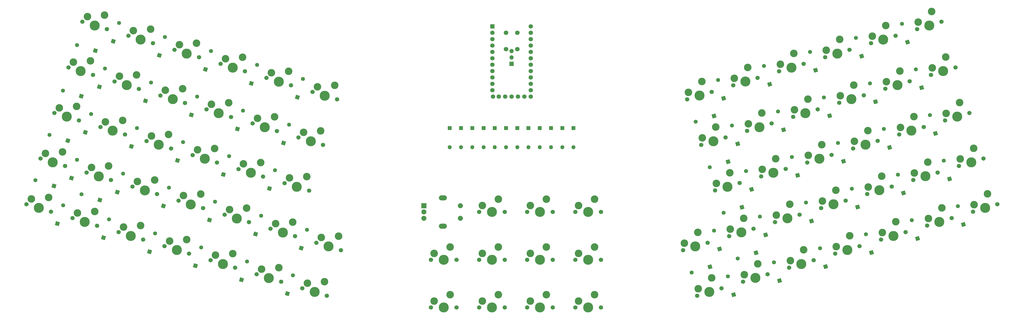
<source format=gts>
G04 #@! TF.GenerationSoftware,KiCad,Pcbnew,8.0.6*
G04 #@! TF.CreationDate,2024-10-27T19:10:16+01:00*
G04 #@! TF.ProjectId,pterodactyl,70746572-6f64-4616-9374-796c2e6b6963,rev?*
G04 #@! TF.SameCoordinates,Original*
G04 #@! TF.FileFunction,Soldermask,Top*
G04 #@! TF.FilePolarity,Negative*
%FSLAX46Y46*%
G04 Gerber Fmt 4.6, Leading zero omitted, Abs format (unit mm)*
G04 Created by KiCad (PCBNEW 8.0.6) date 2024-10-27 19:10:16*
%MOMM*%
%LPD*%
G01*
G04 APERTURE LIST*
G04 Aperture macros list*
%AMHorizOval*
0 Thick line with rounded ends*
0 $1 width*
0 $2 $3 position (X,Y) of the first rounded end (center of the circle)*
0 $4 $5 position (X,Y) of the second rounded end (center of the circle)*
0 Add line between two ends*
20,1,$1,$2,$3,$4,$5,0*
0 Add two circle primitives to create the rounded ends*
1,1,$1,$2,$3*
1,1,$1,$4,$5*%
%AMRotRect*
0 Rectangle, with rotation*
0 The origin of the aperture is its center*
0 $1 length*
0 $2 width*
0 $3 Rotation angle, in degrees counterclockwise*
0 Add horizontal line*
21,1,$1,$2,0,0,$3*%
G04 Aperture macros list end*
%ADD10C,1.701800*%
%ADD11C,3.000000*%
%ADD12C,3.987800*%
%ADD13RotRect,1.600000X1.600000X73.000000*%
%ADD14HorizOval,1.600000X0.000000X0.000000X0.000000X0.000000X0*%
%ADD15R,1.600000X1.600000*%
%ADD16O,1.600000X1.600000*%
%ADD17RotRect,1.600000X1.600000X197.000000*%
%ADD18HorizOval,1.600000X0.000000X0.000000X0.000000X0.000000X0*%
%ADD19RotRect,1.600000X1.600000X107.000000*%
%ADD20HorizOval,1.600000X0.000000X0.000000X0.000000X0.000000X0*%
%ADD21RotRect,1.600000X1.600000X163.000000*%
%ADD22HorizOval,1.600000X0.000000X0.000000X0.000000X0.000000X0*%
%ADD23O,3.200000X2.000000*%
%ADD24R,2.000000X2.000000*%
%ADD25C,2.000000*%
%ADD26C,1.752600*%
%ADD27R,1.752600X1.752600*%
%ADD28R,1.700000X1.700000*%
%ADD29O,1.700000X1.700000*%
%ADD30C,1.800000*%
G04 APERTURE END LIST*
D10*
X283380640Y-205822115D03*
D11*
X283852523Y-203021789D03*
D12*
X288238668Y-204336867D03*
D11*
X289182434Y-198736215D03*
D10*
X293096696Y-202851619D03*
D13*
X69979179Y-110122702D03*
D14*
X72207051Y-102835660D03*
D10*
X106954088Y-137282365D03*
D11*
X108911219Y-135224663D03*
D12*
X111812116Y-138767613D03*
D11*
X115726378Y-134652209D03*
D10*
X116670144Y-140252861D03*
X314360633Y-176511194D03*
D11*
X314832516Y-173710868D03*
D12*
X319218661Y-175025946D03*
D11*
X320162427Y-169425294D03*
D10*
X324076689Y-173540698D03*
X83143560Y-149842143D03*
D11*
X85100691Y-147784441D03*
D12*
X88001588Y-151327391D03*
D11*
X91915850Y-147211987D03*
D10*
X92859616Y-152812639D03*
X130764620Y-124722591D03*
D11*
X132721751Y-122664889D03*
D12*
X135622648Y-126207839D03*
D11*
X139536910Y-122092435D03*
D10*
X140480676Y-127693087D03*
X277833617Y-187678624D03*
D11*
X278305500Y-184878298D03*
D12*
X282691645Y-186193376D03*
D11*
X283635411Y-180592724D03*
D10*
X287549673Y-184708128D03*
D15*
X212029191Y-139140000D03*
D16*
X212029191Y-146760000D03*
D13*
X124769705Y-126873845D03*
D14*
X126997577Y-119586803D03*
D13*
X120764794Y-205006969D03*
D14*
X122992666Y-197719927D03*
D10*
X101407066Y-155425857D03*
D11*
X103364197Y-153368155D03*
D12*
X106265094Y-156911105D03*
D11*
X110179356Y-152795701D03*
D10*
X111123122Y-158396353D03*
X41069518Y-156818206D03*
D11*
X43026649Y-154760504D03*
D12*
X45927546Y-158303454D03*
D11*
X49841808Y-154188050D03*
D10*
X50785574Y-159788702D03*
D17*
X295670886Y-152466143D03*
D18*
X288383844Y-154694015D03*
D19*
X310584219Y-181649845D03*
D20*
X308356347Y-174362803D03*
D13*
X29527584Y-177112953D03*
D14*
X31755456Y-169825911D03*
D10*
X303266590Y-140224210D03*
D11*
X303738473Y-137423884D03*
D12*
X308124618Y-138738962D03*
D11*
X309068384Y-133138310D03*
D10*
X312982646Y-137253714D03*
X296097126Y-182094907D03*
D11*
X296569009Y-179294581D03*
D12*
X300955154Y-180609659D03*
D11*
X301898920Y-175009007D03*
D10*
X305813182Y-179124411D03*
X75974095Y-107971444D03*
D11*
X77931226Y-105913742D03*
D12*
X80832123Y-109456692D03*
D11*
X84746385Y-105341288D03*
D10*
X85690151Y-110941940D03*
D13*
X40621628Y-140825969D03*
D14*
X42849500Y-133538927D03*
D19*
X323281960Y-157928367D03*
D20*
X321054088Y-150641325D03*
D10*
X22806012Y-151234490D03*
D11*
X24763143Y-149176788D03*
D12*
X27664040Y-152719738D03*
D11*
X31578302Y-148604334D03*
D10*
X32522068Y-154204986D03*
X352435118Y-105352494D03*
D11*
X352907001Y-102552168D03*
D12*
X357293146Y-103867246D03*
D11*
X358236912Y-98266594D03*
D10*
X362151174Y-102381998D03*
X301644148Y-200238399D03*
D11*
X302116031Y-197438073D03*
D12*
X306502176Y-198753151D03*
D11*
X307445942Y-193152499D03*
D10*
X311360204Y-197267903D03*
X387320948Y-154204987D03*
D11*
X387792831Y-151404661D03*
D12*
X392178976Y-152719739D03*
D11*
X393122742Y-147119087D03*
D10*
X397037004Y-151234491D03*
D13*
X88242686Y-115706414D03*
D14*
X90470558Y-108419372D03*
D19*
X383563276Y-159337906D03*
D20*
X381335404Y-152050864D03*
D10*
X215978000Y-210452500D03*
D11*
X217248000Y-207912500D03*
D12*
X221058000Y-210452500D03*
D11*
X223598000Y-205372500D03*
D10*
X226138000Y-210452500D03*
D15*
X220956463Y-139140000D03*
D16*
X220956463Y-146760000D03*
D10*
X28353033Y-133090998D03*
D11*
X30310164Y-131033296D03*
D12*
X33211061Y-134576246D03*
D11*
X37125323Y-130460842D03*
D10*
X38069089Y-136061494D03*
D13*
X102581615Y-199447812D03*
D14*
X104809487Y-192160770D03*
D19*
X389110297Y-177481399D03*
D20*
X386882425Y-170194357D03*
D10*
X196880000Y-191480000D03*
D11*
X198150000Y-188940000D03*
D12*
X201960000Y-191480000D03*
D11*
X204500000Y-186400000D03*
D10*
X207040000Y-191480000D03*
X315945588Y-116508464D03*
D11*
X316417471Y-113708138D03*
D12*
X320803616Y-115023216D03*
D11*
X321747382Y-109422564D03*
D10*
X325661644Y-113537968D03*
X112501111Y-119138874D03*
D11*
X114458242Y-117081172D03*
D12*
X117359139Y-120624122D03*
D11*
X121273401Y-116508718D03*
D10*
X122217167Y-122109370D03*
X308813612Y-158367702D03*
D11*
X309285495Y-155567376D03*
D12*
X313671640Y-156882454D03*
D11*
X314615406Y-151281802D03*
D10*
X318529668Y-155397206D03*
X33900054Y-114947507D03*
D11*
X35857185Y-112889805D03*
D12*
X38758082Y-116432755D03*
D11*
X42672344Y-112317351D03*
D10*
X43616110Y-117918003D03*
D19*
X330432682Y-116063401D03*
D20*
X328204810Y-108776359D03*
D13*
X58885135Y-146409685D03*
D14*
X61113007Y-139122643D03*
D21*
X44567863Y-108289289D03*
D22*
X37280821Y-106061417D03*
D10*
X126746319Y-202851619D03*
D11*
X128703450Y-200793917D03*
D12*
X131604347Y-204336867D03*
D11*
X135518609Y-200221463D03*
D10*
X136462375Y-205822115D03*
X392867969Y-172348479D03*
D11*
X393339852Y-169548153D03*
D12*
X397725997Y-170863231D03*
D11*
X398669763Y-165262579D03*
D10*
X402584025Y-169377983D03*
D19*
X366922211Y-104907431D03*
D20*
X364694339Y-97620389D03*
D19*
X316131241Y-199793336D03*
D20*
X313903369Y-192506294D03*
D10*
X119670574Y-161009572D03*
D11*
X121627705Y-158951870D03*
D12*
X124528602Y-162494820D03*
D11*
X128442864Y-158379416D03*
D10*
X129386630Y-163980068D03*
D19*
X335979704Y-134206893D03*
D20*
X333751832Y-126919851D03*
D15*
X189711011Y-139140000D03*
D16*
X189711011Y-146760000D03*
D19*
X352620769Y-188637369D03*
D20*
X350392897Y-181350327D03*
D19*
X305037197Y-163506353D03*
D20*
X302809325Y-156219311D03*
D19*
X341526726Y-152350385D03*
D20*
X339298854Y-145063343D03*
D19*
X312187917Y-121641384D03*
D20*
X309960045Y-114354342D03*
D10*
X46616541Y-138674714D03*
D11*
X48573672Y-136617012D03*
D12*
X51474569Y-140159962D03*
D11*
X55388831Y-136044558D03*
D10*
X56332597Y-141645210D03*
D15*
X229883735Y-139140000D03*
D16*
X229883735Y-146760000D03*
D10*
X290550104Y-163951416D03*
D11*
X291021987Y-161151090D03*
D12*
X295408132Y-162466168D03*
D11*
X296351898Y-156865516D03*
D10*
X300266160Y-160980920D03*
D15*
X185247375Y-139140000D03*
D16*
X185247375Y-146760000D03*
D10*
X53786005Y-180545414D03*
D11*
X55743136Y-178487712D03*
D12*
X58644033Y-182030662D03*
D11*
X62558295Y-177915258D03*
D10*
X63502061Y-183515910D03*
D19*
X317734939Y-139784876D03*
D20*
X315507067Y-132497834D03*
D10*
X350887648Y-165343763D03*
D11*
X351359531Y-162543437D03*
D12*
X355745676Y-163858515D03*
D11*
X356689442Y-158257863D03*
D10*
X360603704Y-162373267D03*
D13*
X106506197Y-121290131D03*
D14*
X108734069Y-114003089D03*
D10*
X370679882Y-99774511D03*
D11*
X371151765Y-96974185D03*
D12*
X375537910Y-98289263D03*
D11*
X376481676Y-92688611D03*
D10*
X380395938Y-96804015D03*
X321530098Y-134640495D03*
D11*
X322001981Y-131840169D03*
D12*
X326388126Y-133155247D03*
D11*
X327331892Y-127554595D03*
D10*
X331246154Y-131669999D03*
D19*
X299490174Y-145362862D03*
D20*
X297262302Y-138075820D03*
D10*
X95860045Y-173569351D03*
D11*
X97817176Y-171511649D03*
D12*
X100718073Y-175054599D03*
D11*
X104632335Y-170939195D03*
D10*
X105576101Y-176539847D03*
D19*
X372469233Y-123050923D03*
D20*
X370241361Y-115763881D03*
D10*
X215978000Y-172507500D03*
D11*
X217248000Y-169967500D03*
D12*
X221058000Y-172507500D03*
D11*
X223598000Y-167427500D03*
D10*
X226138000Y-172507500D03*
D21*
X33626219Y-144077798D03*
D22*
X26339177Y-141849926D03*
D10*
X88690581Y-131698653D03*
D11*
X90647712Y-129640951D03*
D12*
X93548609Y-133183901D03*
D11*
X97462871Y-129068497D03*
D10*
X98406637Y-134669149D03*
D21*
X39029248Y-126405287D03*
D22*
X31742206Y-124177415D03*
D19*
X365318513Y-164915892D03*
D20*
X363090641Y-157628850D03*
D15*
X234347375Y-139140000D03*
D16*
X234347375Y-146760000D03*
D13*
X113675660Y-163160828D03*
D14*
X115903532Y-155873786D03*
D19*
X378016254Y-141194414D03*
D20*
X375788382Y-133907372D03*
D19*
X359771490Y-146772401D03*
D20*
X357543618Y-139485359D03*
D13*
X82695664Y-133849906D03*
D14*
X84923536Y-126562864D03*
D10*
X114123553Y-179153064D03*
D11*
X116080684Y-177095362D03*
D12*
X118981581Y-180638312D03*
D11*
X122895843Y-176522908D03*
D10*
X123839609Y-182123560D03*
X235076000Y-191480000D03*
D11*
X236346000Y-188940000D03*
D12*
X240156000Y-191480000D03*
D11*
X242696000Y-186400000D03*
D10*
X245236000Y-191480000D03*
D19*
X292330081Y-187230694D03*
D20*
X290102209Y-179943652D03*
D10*
X381773927Y-136061495D03*
D11*
X382245810Y-133261169D03*
D12*
X386631955Y-134576247D03*
D11*
X387575721Y-128975595D03*
D10*
X391489983Y-133090999D03*
D17*
X290123864Y-134322651D03*
D18*
X282836822Y-136550523D03*
D10*
X334190351Y-110930480D03*
D11*
X334662234Y-108130154D03*
D12*
X339048379Y-109445232D03*
D11*
X339992145Y-103844580D03*
D10*
X343906407Y-107959984D03*
X279456058Y-127664433D03*
D11*
X279927941Y-124864107D03*
D12*
X284314086Y-126179185D03*
D11*
X285257852Y-120578533D03*
D10*
X289172114Y-124693937D03*
D19*
X328828982Y-176071859D03*
D20*
X326601110Y-168784817D03*
D10*
X70427074Y-126114936D03*
D11*
X72384205Y-124057234D03*
D12*
X75285102Y-127600184D03*
D11*
X79199364Y-123484780D03*
D10*
X80143130Y-129085432D03*
X196880000Y-210452500D03*
D11*
X198150000Y-207912500D03*
D12*
X201960000Y-210452500D03*
D11*
X204500000Y-205372500D03*
D10*
X207040000Y-210452500D03*
D13*
X119222683Y-145017337D03*
D14*
X121450555Y-137730295D03*
D19*
X370865535Y-183059383D03*
D20*
X368637663Y-175772341D03*
D10*
X338171164Y-189070971D03*
D11*
X338643047Y-186270645D03*
D12*
X343029192Y-187585723D03*
D11*
X343972958Y-181985071D03*
D10*
X347887220Y-186100475D03*
D19*
X297877102Y-205374186D03*
D20*
X295649230Y-198087144D03*
D10*
X17258990Y-169377982D03*
D11*
X19216121Y-167320280D03*
D12*
X22117018Y-170863230D03*
D11*
X26031280Y-166747826D03*
D10*
X26975046Y-172348478D03*
D13*
X66054598Y-188280385D03*
D14*
X68282470Y-180993343D03*
D10*
X356434673Y-183487256D03*
D11*
X356906556Y-180686930D03*
D12*
X361292701Y-182002008D03*
D11*
X362236467Y-176401356D03*
D10*
X366150729Y-180516760D03*
X64880052Y-144258428D03*
D11*
X66837183Y-142200726D03*
D12*
X69738080Y-145743676D03*
D11*
X73652342Y-141628272D03*
D10*
X74596108Y-147228924D03*
D15*
X225420099Y-139140000D03*
D16*
X225420099Y-146760000D03*
D10*
X358057114Y-123473065D03*
D11*
X358528997Y-120672739D03*
D12*
X362915142Y-121987817D03*
D11*
X363858908Y-116387165D03*
D10*
X367773170Y-120502569D03*
X132293345Y-184708127D03*
D11*
X134250476Y-182650425D03*
D12*
X137151373Y-186193375D03*
D11*
X141065635Y-182077971D03*
D10*
X142009401Y-187678623D03*
X35522498Y-174961697D03*
D11*
X37479629Y-172903995D03*
D12*
X40380526Y-176446945D03*
D11*
X44294788Y-172331541D03*
D10*
X45238554Y-177932193D03*
X108576531Y-197296557D03*
D11*
X110533662Y-195238855D03*
D12*
X113434559Y-198781805D03*
D11*
X117348821Y-194666401D03*
D10*
X118292587Y-200267053D03*
X297700824Y-122086447D03*
D11*
X298172707Y-119286121D03*
D12*
X302558852Y-120601199D03*
D11*
X303502618Y-115000547D03*
D10*
X307416880Y-119115951D03*
D13*
X84318107Y-193864097D03*
D14*
X86545979Y-186577055D03*
D13*
X47791092Y-182696667D03*
D14*
X50018964Y-175409625D03*
D10*
X72049516Y-186129127D03*
D11*
X74006647Y-184071425D03*
D12*
X76907544Y-187614375D03*
D11*
X80821806Y-183498971D03*
D10*
X81765572Y-189099623D03*
X90313023Y-191712843D03*
D11*
X92270154Y-189655141D03*
D12*
X95171051Y-193198091D03*
D11*
X99085313Y-189082687D03*
D10*
X100029079Y-194683339D03*
X215978000Y-191480000D03*
D11*
X217248000Y-188940000D03*
D12*
X221058000Y-191480000D03*
D11*
X223598000Y-186400000D03*
D10*
X226138000Y-191480000D03*
X177782000Y-210452500D03*
D11*
X179052000Y-207912500D03*
D12*
X182862000Y-210452500D03*
D11*
X185402000Y-205372500D03*
D10*
X187942000Y-210452500D03*
X369151159Y-159760048D03*
D11*
X369623042Y-156959722D03*
D12*
X374009187Y-158274800D03*
D11*
X374952953Y-152674148D03*
D10*
X378867215Y-156789552D03*
D13*
X95412149Y-157577114D03*
D14*
X97640021Y-150290072D03*
D10*
X374698181Y-177903540D03*
D11*
X375170064Y-175103214D03*
D12*
X379556209Y-176418292D03*
D11*
X380499975Y-170817640D03*
D10*
X384414237Y-174933044D03*
X319907654Y-194654686D03*
D11*
X320379537Y-191854360D03*
D12*
X324765682Y-193169438D03*
D11*
X325709448Y-187568786D03*
D10*
X329623710Y-191684190D03*
D21*
X46375593Y-167697422D03*
D22*
X39088551Y-165469550D03*
D15*
X203101919Y-139140000D03*
D16*
X203101919Y-146760000D03*
D13*
X108128635Y-181304321D03*
D14*
X110356507Y-174017279D03*
D15*
X198638283Y-139140000D03*
D16*
X198638283Y-146760000D03*
D10*
X196880000Y-172507500D03*
D11*
X198150000Y-169967500D03*
D12*
X201960000Y-172507500D03*
D11*
X204500000Y-167427500D03*
D10*
X207040000Y-172507500D03*
D19*
X347073746Y-170493877D03*
D20*
X344845874Y-163206835D03*
D10*
X177782000Y-191480000D03*
D11*
X179052000Y-188940000D03*
D12*
X182862000Y-191480000D03*
D11*
X185402000Y-186400000D03*
D10*
X187942000Y-191480000D03*
X363604134Y-141616556D03*
D11*
X364076017Y-138816230D03*
D12*
X368462162Y-140131308D03*
D11*
X369405928Y-134530656D03*
D10*
X373320190Y-138646060D03*
D13*
X100959173Y-139433621D03*
D14*
X103187045Y-132146579D03*
D10*
X77596538Y-167985635D03*
D11*
X79553669Y-165927933D03*
D12*
X82454566Y-169470883D03*
D11*
X86368828Y-165355479D03*
D10*
X87312594Y-170956131D03*
D19*
X334376006Y-194215353D03*
D20*
X332148134Y-186928311D03*
D13*
X64432157Y-128266193D03*
D14*
X66660029Y-120979151D03*
D15*
X194174647Y-139140000D03*
D16*
X194174647Y-146760000D03*
D13*
X51715672Y-104538985D03*
D14*
X53943544Y-97251943D03*
D17*
X301217909Y-170609635D03*
D18*
X293930867Y-172837507D03*
D23*
X182477000Y-166907500D03*
X182477000Y-178107500D03*
D24*
X174977000Y-170007500D03*
D25*
X174977000Y-175007500D03*
X174977000Y-172507500D03*
X189477000Y-175007500D03*
X189477000Y-170007500D03*
D13*
X53338114Y-164553175D03*
D14*
X55565986Y-157266133D03*
D21*
X28112087Y-162113707D03*
D22*
X20825045Y-159885835D03*
D15*
X207565555Y-139140000D03*
D16*
X207565555Y-146760000D03*
D19*
X354224468Y-128628909D03*
D20*
X351996596Y-121341867D03*
D10*
X39447079Y-96804016D03*
D11*
X41404210Y-94746314D03*
D12*
X44305107Y-98289264D03*
D11*
X48219369Y-94173860D03*
D10*
X49163135Y-99774512D03*
D13*
X89865129Y-175720605D03*
D14*
X92093001Y-168433563D03*
D10*
X339793605Y-129056780D03*
D11*
X340265488Y-126256454D03*
D12*
X344651633Y-127571532D03*
D11*
X345595399Y-121970880D03*
D10*
X349509661Y-126086284D03*
D13*
X126311817Y-186863476D03*
D14*
X128539689Y-179576434D03*
D10*
X57710588Y-102387730D03*
D11*
X59667719Y-100330028D03*
D12*
X62568616Y-103872978D03*
D11*
X66482878Y-99757574D03*
D10*
X67426644Y-105358226D03*
D19*
X348677444Y-110485417D03*
D20*
X346449572Y-103198375D03*
D17*
X306764932Y-188753127D03*
D18*
X299477890Y-190980999D03*
D10*
X345340627Y-147200271D03*
D11*
X345812510Y-144399945D03*
D12*
X350198655Y-145715023D03*
D11*
X351142421Y-140114371D03*
D10*
X355056683Y-144229775D03*
D15*
X216492827Y-139140000D03*
D16*
X216492827Y-146760000D03*
D13*
X35074603Y-158969462D03*
D14*
X37302475Y-151682420D03*
D10*
X52163566Y-120531222D03*
D11*
X54120697Y-118473520D03*
D12*
X57021594Y-122016470D03*
D11*
X60935856Y-117901066D03*
D10*
X61879622Y-123501718D03*
D13*
X46168650Y-122682477D03*
D14*
X48396522Y-115395435D03*
D26*
X214874596Y-126590000D03*
X212334596Y-126590000D03*
X209794596Y-126590000D03*
X207254596Y-126590000D03*
X204714596Y-126590000D03*
X217414596Y-98650000D03*
X217414596Y-101190000D03*
X217414596Y-103730000D03*
X217414596Y-106270000D03*
X217414596Y-108810000D03*
X217414596Y-111350000D03*
X217414596Y-113890000D03*
X217414596Y-116430000D03*
X217414596Y-118970000D03*
X217414596Y-121510000D03*
X217414596Y-124050000D03*
X217414596Y-126590000D03*
X202403196Y-126590000D03*
X202174596Y-124050000D03*
X202174596Y-121510000D03*
X202174596Y-118970000D03*
X202174596Y-116430000D03*
X202174596Y-113890000D03*
X202174596Y-111350000D03*
X202174596Y-108810000D03*
X202174596Y-106270000D03*
X202174596Y-103730000D03*
X202174596Y-101190000D03*
D27*
X202174596Y-98650000D03*
D10*
X235076000Y-172507500D03*
D11*
X236346000Y-169967500D03*
D12*
X240156000Y-172507500D03*
D11*
X242696000Y-167427500D03*
D10*
X245236000Y-172507500D03*
X376226905Y-117918003D03*
D11*
X376698788Y-115117677D03*
D12*
X381084933Y-116432755D03*
D11*
X382028699Y-110832103D03*
D10*
X385942961Y-114947507D03*
X332624140Y-170927479D03*
D11*
X333096023Y-168127153D03*
D12*
X337482168Y-169442231D03*
D11*
X338425934Y-163841579D03*
D10*
X342340196Y-167956983D03*
D17*
X288501423Y-194336839D03*
D18*
X281214381Y-196564711D03*
D19*
X293943151Y-127219370D03*
D20*
X291715279Y-119932328D03*
D10*
X125217598Y-142866083D03*
D11*
X127174729Y-140808381D03*
D12*
X130075626Y-144351331D03*
D11*
X133989888Y-140235927D03*
D10*
X134933654Y-145836579D03*
D13*
X77148643Y-151993399D03*
D14*
X79376515Y-144706357D03*
D10*
X94237603Y-113555161D03*
D11*
X96194734Y-111497459D03*
D12*
X99095631Y-115040409D03*
D11*
X103009893Y-110925005D03*
D10*
X103953659Y-116525657D03*
X285003081Y-145807925D03*
D11*
X285474964Y-143007599D03*
D12*
X289861109Y-144322677D03*
D11*
X290804875Y-138722025D03*
D10*
X294719137Y-142837429D03*
X59333029Y-162401920D03*
D11*
X61290160Y-160344218D03*
D12*
X64191057Y-163887168D03*
D11*
X68105319Y-159771764D03*
D10*
X69049085Y-165372416D03*
X235076000Y-210452500D03*
D11*
X236346000Y-207912500D03*
D12*
X240156000Y-210452500D03*
D11*
X242696000Y-205372500D03*
D10*
X245236000Y-210452500D03*
X327077119Y-152783987D03*
D11*
X327549002Y-149983661D03*
D12*
X331935147Y-151298739D03*
D11*
X332878913Y-145698087D03*
D10*
X336793175Y-149813491D03*
D13*
X71601621Y-170136891D03*
D14*
X73829493Y-162849849D03*
D28*
X209794596Y-113575000D03*
D29*
X209794596Y-111035000D03*
X209794596Y-108495000D03*
D30*
X212044596Y-101200000D03*
X207544596Y-107700000D03*
X207544596Y-101200000D03*
X212044596Y-107700000D03*
M02*

</source>
